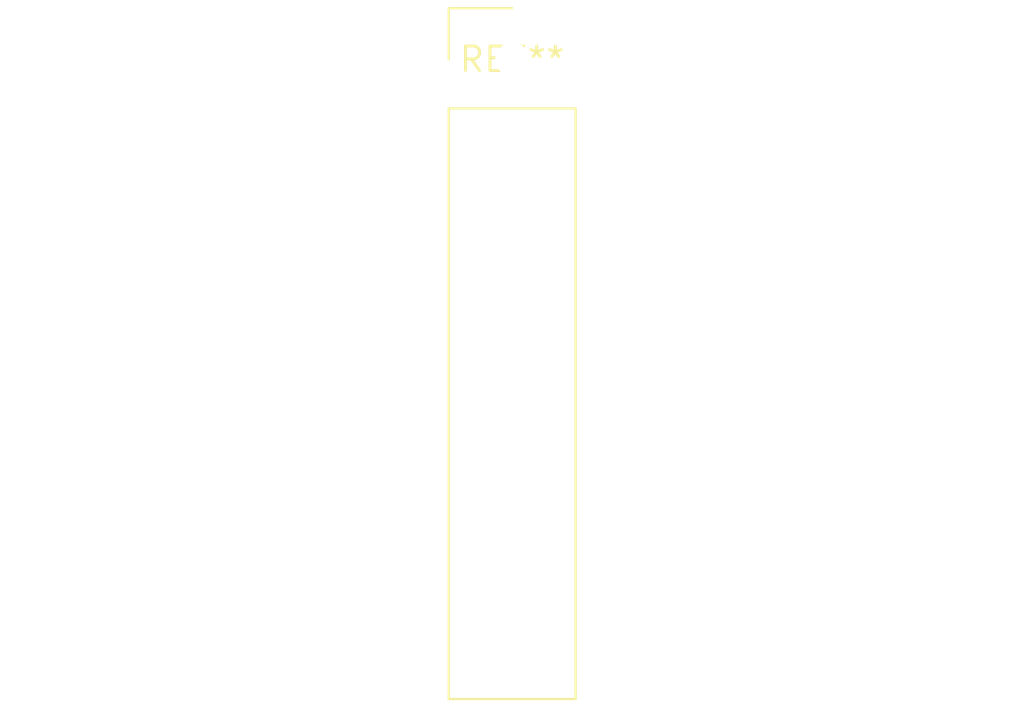
<source format=kicad_pcb>
(kicad_pcb (version 20240108) (generator pcbnew)
  (layers (0 "F.Cu" signal) (31 "B.Cu" signal) (34 "B.Paste" user) (35 "F.Paste" user) (36 "B.SilkS" user "B.Silkscreen") (37 "F.SilkS" user "F.Silkscreen") (38 "B.Mask" user) (39 "F.Mask" user) (44 "Edge.Cuts" user))
  (net 0 "")
  (footprint "Samtec_HPM-07-05-x-S_Straight_1x07_Pitch5.08mm" (layer "F.Cu") (at 0 0)
    (property "Reference" "REF**")
    (property "Value" "Samtec_HPM-07-05-x-S_Straight_1x07_Pitch5.08mm")
    (fp_line (start -3.285 -2.65) (end 0 -2.65) (layer "F.SilkS") (stroke (width 0.12)))
    (fp_line (start -3.285 0) (end -3.285 -2.65) (layer "F.SilkS") (stroke (width 0.12)))
    (fp_line (start -3.285 2.54) (end -3.285 33.13) (layer "F.SilkS") (stroke (width 0.12)))
    (fp_line (start -3.285 2.54) (end 3.285 2.54) (layer "F.SilkS") (stroke (width 0.12)))
    (fp_line (start -3.285 33.13) (end 3.285 33.13) (layer "F.SilkS") (stroke (width 0.12)))
    (fp_line (start 3.285 2.54) (end 3.285 33.13) (layer "F.SilkS") (stroke (width 0.12)))
    (pad "1" thru_hole rect (at 0 0) (size 2.8 2.8) (drill 1.75) (layers *.Cu *.Mask) (remove_unused_layers))
    (pad "2" thru_hole circle (at 0 5.08) (size 2.8 2.8) (drill 1.75) (layers *.Cu *.Mask) (remove_unused_layers))
    (pad "3" thru_hole circle (at 0 10.16) (size 2.8 2.8) (drill 1.75) (layers *.Cu *.Mask) (remove_unused_layers))
    (pad "4" thru_hole circle (at 0 15.24) (size 2.8 2.8) (drill 1.75) (layers *.Cu *.Mask) (remove_unused_layers))
    (pad "5" thru_hole circle (at 0 20.32) (size 2.8 2.8) (drill 1.75) (layers *.Cu *.Mask) (remove_unused_layers))
    (pad "6" thru_hole circle (at 0 25.4) (size 2.8 2.8) (drill 1.75) (layers *.Cu *.Mask) (remove_unused_layers))
    (pad "7" thru_hole circle (at 0 30.48) (size 2.8 2.8) (drill 1.75) (layers *.Cu *.Mask) (remove_unused_layers))
  )
)
</source>
